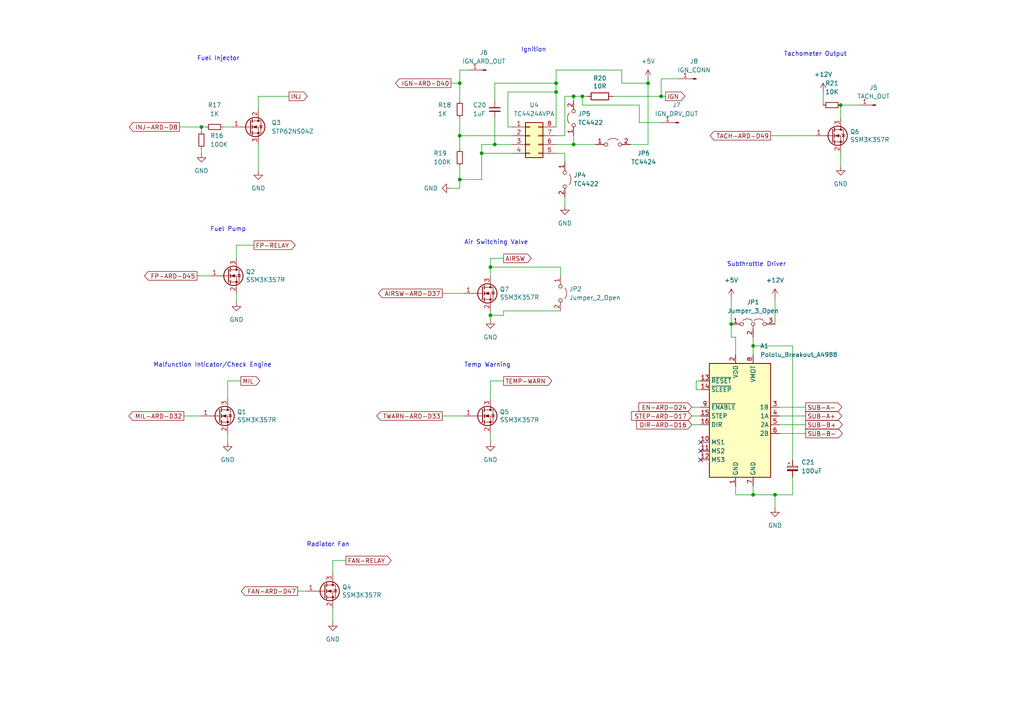
<source format=kicad_sch>
(kicad_sch (version 20211123) (generator eeschema)
  (paper "A4")
  (lib_symbols
    (symbol "Connector:Conn_01x01_Male" (pin_names (offset 1.016) hide)
      (property "Reference" "J" (at 0 2.54 0))
      (property "Value" "Conn_01x01_Male" (at 0 -2.54 0))
      (symbol "Conn_01x01_Male_1_1"
        (polyline (pts (xy 1.27 0) (xy 0.8636 0)) (stroke (width 0.1524)))
        (rectangle (start 0.8636 0.127) (end 0 -0.127) (stroke (width 0.1524)) (fill (type outline)))
        (pin passive line (at 5.08 0 180) (length 3.81) (name "Pin_1") (number "1"))
      )
    )
    (symbol "Connector_Generic:Conn_02x04_Counter_Clockwise" (pin_names (offset 1.016) hide)
      (property "Reference" "J" (at 1.27 5.08 0))
      (property "Value" "Conn_02x04_Counter_Clockwise" (at 1.27 -7.62 0))
      (symbol "Conn_02x04_Counter_Clockwise_1_1"
        (rectangle (start -1.27 -4.953) (end 0 -5.207) (stroke (width 0.1524)))
        (rectangle (start -1.27 -2.413) (end 0 -2.667) (stroke (width 0.1524)))
        (rectangle (start -1.27 0.127) (end 0 -0.127) (stroke (width 0.1524)))
        (rectangle (start -1.27 2.667) (end 0 2.413) (stroke (width 0.1524)))
        (rectangle (start -1.27 3.81) (end 3.81 -6.35) (stroke (width 0.254)) (fill (type background)))
        (rectangle (start 3.81 -4.953) (end 2.54 -5.207) (stroke (width 0.1524)))
        (rectangle (start 3.81 -2.413) (end 2.54 -2.667) (stroke (width 0.1524)))
        (rectangle (start 3.81 0.127) (end 2.54 -0.127) (stroke (width 0.1524)))
        (rectangle (start 3.81 2.667) (end 2.54 2.413) (stroke (width 0.1524)))
        (pin passive line (at -5.08 2.54 0) (length 3.81) (name "Pin_1") (number "1"))
        (pin passive line (at -5.08 0 0) (length 3.81) (name "Pin_2") (number "2"))
        (pin passive line (at -5.08 -2.54 0) (length 3.81) (name "Pin_3") (number "3"))
        (pin passive line (at -5.08 -5.08 0) (length 3.81) (name "Pin_4") (number "4"))
        (pin passive line (at 7.62 -5.08 180) (length 3.81) (name "Pin_5") (number "5"))
        (pin passive line (at 7.62 -2.54 180) (length 3.81) (name "Pin_6") (number "6"))
        (pin passive line (at 7.62 0 180) (length 3.81) (name "Pin_7") (number "7"))
        (pin passive line (at 7.62 2.54 180) (length 3.81) (name "Pin_8") (number "8"))
      )
    )
    (symbol "Device:C_Polarized_Small" (pin_numbers hide) (pin_names (offset 0.254) hide)
      (property "Reference" "C" (at 0.254 1.778 0))
      (property "Value" "C_Polarized_Small" (at 0.254 -2.032 0))
      (symbol "C_Polarized_Small_0_1"
        (rectangle (start -1.524 -0.3048) (end 1.524 -0.6858) (fill (type outline)))
        (rectangle (start -1.524 0.6858) (end 1.524 0.3048))
        (polyline (pts (xy -1.27 1.524) (xy -0.762 1.524)))
        (polyline (pts (xy -1.016 1.27) (xy -1.016 1.778)))
      )
      (symbol "C_Polarized_Small_1_1"
        (pin passive line (at 0 2.54 270) (length 1.8542) (name "~") (number "1"))
        (pin passive line (at 0 -2.54 90) (length 1.8542) (name "~") (number "2"))
      )
    )
    (symbol "Device:C_Small" (pin_numbers hide) (pin_names (offset 0.254) hide)
      (property "Reference" "C" (at 0.254 1.778 0))
      (property "Value" "C_Small" (at 0.254 -2.032 0))
      (symbol "C_Small_0_1"
        (polyline (pts (xy -1.524 -0.508) (xy 1.524 -0.508)) (stroke (width 0.3302)))
        (polyline (pts (xy -1.524 0.508) (xy 1.524 0.508)) (stroke (width 0.3048)))
      )
      (symbol "C_Small_1_1"
        (pin passive line (at 0 2.54 270) (length 2.032) (name "~") (number "1"))
        (pin passive line (at 0 -2.54 90) (length 2.032) (name "~") (number "2"))
      )
    )
    (symbol "Device:R" (pin_numbers hide) (pin_names (offset 0))
      (property "Reference" "R" (at 2.032 0 90))
      (property "Value" "R" (at 0 0 90))
      (symbol "R_0_1"
        (rectangle (start -1.016 -2.54) (end 1.016 2.54) (stroke (width 0.254)))
      )
      (symbol "R_1_1"
        (pin passive line (at 0 3.81 270) (length 1.27) (name "~") (number "1"))
        (pin passive line (at 0 -3.81 90) (length 1.27) (name "~") (number "2"))
      )
    )
    (symbol "Device:R_Small" (pin_numbers hide) (pin_names (offset 0.254) hide)
      (property "Reference" "R" (at 0.762 0.508 0))
      (property "Value" "R_Small" (at 0.762 -1.016 0))
      (symbol "R_Small_0_1"
        (rectangle (start -0.762 1.778) (end 0.762 -1.778) (stroke (width 0.2032)))
      )
      (symbol "R_Small_1_1"
        (pin passive line (at 0 2.54 270) (length 0.762) (name "~") (number "1"))
        (pin passive line (at 0 -2.54 90) (length 0.762) (name "~") (number "2"))
      )
    )
    (symbol "Driver_Motor:Pololu_Breakout_A4988"
      (property "Reference" "A" (at -2.54 19.05 0))
      (property "Value" "Pololu_Breakout_A4988" (at -2.54 16.51 0))
      (symbol "Pololu_Breakout_A4988_0_1"
        (rectangle (start 10.16 -17.78) (end -7.62 15.24) (stroke (width 0.254)) (fill (type background)))
      )
      (symbol "Pololu_Breakout_A4988_1_1"
        (pin power_in line (at 0 -20.32 90) (length 2.54) (name "GND") (number "1"))
        (pin input line (at -10.16 -7.62 0) (length 2.54) (name "MS1") (number "10"))
        (pin input line (at -10.16 -10.16 0) (length 2.54) (name "MS2") (number "11"))
        (pin input line (at -10.16 -12.7 0) (length 2.54) (name "MS3") (number "12"))
        (pin input line (at -10.16 10.16 0) (length 2.54) (name "~{RESET}") (number "13"))
        (pin input line (at -10.16 7.62 0) (length 2.54) (name "~{SLEEP}") (number "14"))
        (pin input line (at -10.16 0 0) (length 2.54) (name "STEP") (number "15"))
        (pin input line (at -10.16 -2.54 0) (length 2.54) (name "DIR") (number "16"))
        (pin power_in line (at 0 17.78 270) (length 2.54) (name "VDD") (number "2"))
        (pin output line (at 12.7 2.54 180) (length 2.54) (name "1B") (number "3"))
        (pin output line (at 12.7 0 180) (length 2.54) (name "1A") (number "4"))
        (pin output line (at 12.7 -2.54 180) (length 2.54) (name "2A") (number "5"))
        (pin output line (at 12.7 -5.08 180) (length 2.54) (name "2B") (number "6"))
        (pin power_in line (at 5.08 -20.32 90) (length 2.54) (name "GND") (number "7"))
        (pin power_in line (at 5.08 17.78 270) (length 2.54) (name "VMOT") (number "8"))
        (pin input line (at -10.16 2.54 0) (length 2.54) (name "~{ENABLE}") (number "9"))
      )
    )
    (symbol "Jumper:Jumper_2_Open" (pin_names (offset 0) hide)
      (property "Reference" "JP" (at 0 2.794 0))
      (property "Value" "Jumper_2_Open" (at 0 -2.286 0))
      (symbol "Jumper_2_Open_0_0"
        (circle (center -2.032 0) (radius 0.508))
        (circle (center 2.032 0) (radius 0.508))
      )
      (symbol "Jumper_2_Open_0_1"
        (arc (start 1.524 1.27) (mid 0 1.778) (end -1.524 1.27))
      )
      (symbol "Jumper_2_Open_1_1"
        (pin passive line (at -5.08 0 0) (length 2.54) (name "A") (number "1"))
        (pin passive line (at 5.08 0 180) (length 2.54) (name "B") (number "2"))
      )
    )
    (symbol "Jumper:Jumper_3_Open" (pin_names (offset 0) hide)
      (property "Reference" "JP" (at -2.54 -2.54 0))
      (property "Value" "Jumper_3_Open" (at 0 2.794 0))
      (symbol "Jumper_3_Open_0_0"
        (circle (center -3.302 0) (radius 0.508))
        (circle (center 0 0) (radius 0.508))
        (circle (center 3.302 0) (radius 0.508))
      )
      (symbol "Jumper_3_Open_0_1"
        (arc (start -0.254 1.016) (mid -1.651 1.4992) (end -3.048 1.016))
        (polyline (pts (xy 0 -0.508) (xy 0 -1.27)))
        (arc (start 3.048 1.016) (mid 1.651 1.4992) (end 0.254 1.016))
      )
      (symbol "Jumper_3_Open_1_1"
        (pin passive line (at -6.35 0 0) (length 2.54) (name "A") (number "1"))
        (pin input line (at 0 -3.81 90) (length 2.54) (name "C") (number "2"))
        (pin passive line (at 6.35 0 180) (length 2.54) (name "B") (number "3"))
      )
    )
    (symbol "Transistor_FET:2N7002" (pin_names hide)
      (property "Reference" "Q" (at 5.08 1.905 0))
      (property "Value" "2N7002" (at 5.08 0 0))
      (symbol "2N7002_0_1"
        (polyline (pts (xy 0.254 0) (xy -2.54 0)))
        (polyline (pts (xy 0.254 1.905) (xy 0.254 -1.905)) (stroke (width 0.254)))
        (polyline (pts (xy 0.762 -1.27) (xy 0.762 -2.286)) (stroke (width 0.254)))
        (polyline (pts (xy 0.762 0.508) (xy 0.762 -0.508)) (stroke (width 0.254)))
        (polyline (pts (xy 0.762 2.286) (xy 0.762 1.27)) (stroke (width 0.254)))
        (polyline (pts (xy 2.54 2.54) (xy 2.54 1.778)))
        (polyline (pts (xy 2.54 -2.54) (xy 2.54 0) (xy 0.762 0)))
        (polyline (pts (xy 0.762 -1.778) (xy 3.302 -1.778) (xy 3.302 1.778) (xy 0.762 1.778)))
        (polyline (pts (xy 1.016 0) (xy 2.032 0.381) (xy 2.032 -0.381) (xy 1.016 0)) (fill (type outline)))
        (polyline (pts (xy 2.794 0.508) (xy 2.921 0.381) (xy 3.683 0.381) (xy 3.81 0.254)))
        (polyline (pts (xy 3.302 0.381) (xy 2.921 -0.254) (xy 3.683 -0.254) (xy 3.302 0.381)))
        (circle (center 1.651 0) (radius 2.794) (stroke (width 0.254)))
        (circle (center 2.54 -1.778) (radius 0.254) (fill (type outline)))
        (circle (center 2.54 1.778) (radius 0.254) (fill (type outline)))
      )
      (symbol "2N7002_1_1"
        (pin input line (at -5.08 0 0) (length 2.54) (name "G") (number "1"))
        (pin passive line (at 2.54 -5.08 90) (length 2.54) (name "S") (number "2"))
        (pin passive line (at 2.54 5.08 270) (length 2.54) (name "D") (number "3"))
      )
    )
    (symbol "Transistor_FET:BUZ11" (pin_names hide)
      (property "Reference" "Q" (at 6.35 1.905 0))
      (property "Value" "BUZ11" (at 6.35 0 0))
      (symbol "BUZ11_0_1"
        (polyline (pts (xy 0.254 0) (xy -2.54 0)))
        (polyline (pts (xy 0.254 1.905) (xy 0.254 -1.905)) (stroke (width 0.254)))
        (polyline (pts (xy 0.762 -1.27) (xy 0.762 -2.286)) (stroke (width 0.254)))
        (polyline (pts (xy 0.762 0.508) (xy 0.762 -0.508)) (stroke (width 0.254)))
        (polyline (pts (xy 0.762 2.286) (xy 0.762 1.27)) (stroke (width 0.254)))
        (polyline (pts (xy 2.54 2.54) (xy 2.54 1.778)))
        (polyline (pts (xy 2.54 -2.54) (xy 2.54 0) (xy 0.762 0)))
        (polyline (pts (xy 0.762 -1.778) (xy 3.302 -1.778) (xy 3.302 1.778) (xy 0.762 1.778)))
        (polyline (pts (xy 1.016 0) (xy 2.032 0.381) (xy 2.032 -0.381) (xy 1.016 0)) (fill (type outline)))
        (polyline (pts (xy 2.794 0.508) (xy 2.921 0.381) (xy 3.683 0.381) (xy 3.81 0.254)))
        (polyline (pts (xy 3.302 0.381) (xy 2.921 -0.254) (xy 3.683 -0.254) (xy 3.302 0.381)))
        (circle (center 1.651 0) (radius 2.794) (stroke (width 0.254)))
        (circle (center 2.54 -1.778) (radius 0.254) (fill (type outline)))
        (circle (center 2.54 1.778) (radius 0.254) (fill (type outline)))
      )
      (symbol "BUZ11_1_1"
        (pin input line (at -5.08 0 0) (length 2.54) (name "G") (number "1"))
        (pin passive line (at 2.54 5.08 270) (length 2.54) (name "D") (number "2"))
        (pin passive line (at 2.54 -5.08 90) (length 2.54) (name "S") (number "3"))
      )
    )
    (symbol "power:+12V" (power) (pin_names (offset 0))
      (property "Value" "+12V" (at 0 3.556 0))
      (symbol "+12V_0_1"
        (polyline (pts (xy -0.762 1.27) (xy 0 2.54)))
        (polyline (pts (xy 0 0) (xy 0 2.54)))
        (polyline (pts (xy 0 2.54) (xy 0.762 1.27)))
      )
      (symbol "+12V_1_1"
        (pin power_in line (at 0 0 90) (length 0) hide (name "+12V") (number "1"))
      )
    )
    (symbol "power:+5V" (power) (pin_names (offset 0))
      (property "Value" "+5V" (at 0 3.556 0))
      (symbol "+5V_0_1"
        (polyline (pts (xy -0.762 1.27) (xy 0 2.54)))
        (polyline (pts (xy 0 0) (xy 0 2.54)))
        (polyline (pts (xy 0 2.54) (xy 0.762 1.27)))
      )
      (symbol "+5V_1_1"
        (pin power_in line (at 0 0 90) (length 0) hide (name "+5V") (number "1"))
      )
    )
    (symbol "power:GND" (power) (pin_names (offset 0))
      (property "Value" "GND" (at 0 -3.81 0))
      (symbol "GND_0_1"
        (polyline (pts (xy 0 0) (xy 0 -1.27) (xy 1.27 -1.27) (xy 0 -2.54) (xy -1.27 -1.27) (xy 0 -1.27)))
      )
      (symbol "GND_1_1"
        (pin power_in line (at 0 0 270) (length 0) hide (name "GND") (number "1"))
      )
    )
  )
  (junction (at 58.42 36.83))
  (junction (at 142.24 77.47))
  (junction (at 133.35 52.07))
  (junction (at 218.44 143.51))
  (junction (at 133.35 24.13))
  (junction (at 139.7 44.45))
  (junction (at 218.44 100.33))
  (junction (at 224.79 143.51))
  (junction (at 168.91 27.94))
  (junction (at 166.37 27.94))
  (junction (at 161.29 24.13))
  (junction (at 212.09 93.98))
  (junction (at 191.77 27.94))
  (junction (at 133.35 39.37))
  (junction (at 143.51 41.91))
  (junction (at 166.37 41.91))
  (junction (at 161.29 26.67))
  (junction (at 142.24 91.44))
  (junction (at 187.96 24.13))
  (junction (at 243.84 30.48))
  (no_connect (at 203.2 128.27))
  (no_connect (at 203.2 130.81))
  (no_connect (at 203.2 133.35))
  (wire (pts (xy 218.44 143.51) (xy 224.79 143.51)))
  (wire (pts (xy 161.29 26.67) (xy 161.29 36.83)))
  (wire (pts (xy 238.76 26.67) (xy 238.76 30.48)))
  (wire (pts (xy 212.09 97.79) (xy 212.09 93.98)))
  (wire (pts (xy 58.42 36.83) (xy 59.69 36.83)))
  (wire (pts (xy 147.32 36.83) (xy 148.59 36.83)))
  (wire (pts (xy 180.34 20.32) (xy 180.34 24.13)))
  (wire (pts (xy 185.42 35.56) (xy 191.77 35.56)))
  (wire (pts (xy 147.32 36.83) (xy 147.32 26.67)))
  (wire (pts (xy 243.84 44.45) (xy 243.84 48.26)))
  (wire (pts (xy 226.06 118.11) (xy 233.68 118.11)))
  (wire (pts (xy 213.36 102.87) (xy 213.36 97.79)))
  (wire (pts (xy 74.93 27.94) (xy 74.93 31.75)))
  (wire (pts (xy 163.83 27.94) (xy 166.37 27.94)))
  (wire (pts (xy 200.66 120.65) (xy 203.2 120.65)))
  (wire (pts (xy 66.04 125.73) (xy 66.04 128.27)))
  (wire (pts (xy 58.42 43.18) (xy 58.42 44.45)))
  (wire (pts (xy 143.51 24.13) (xy 161.29 24.13)))
  (wire (pts (xy 163.83 44.45) (xy 163.83 46.99)))
  (wire (pts (xy 139.7 44.45) (xy 148.59 44.45)))
  (wire (pts (xy 142.24 77.47) (xy 142.24 80.01)))
  (wire (pts (xy 161.29 44.45) (xy 163.83 44.45)))
  (wire (pts (xy 68.58 71.12) (xy 73.66 71.12)))
  (wire (pts (xy 74.93 41.91) (xy 74.93 49.53)))
  (wire (pts (xy 166.37 27.94) (xy 168.91 27.94)))
  (wire (pts (xy 133.35 24.13) (xy 133.35 29.21)))
  (wire (pts (xy 133.35 39.37) (xy 133.35 43.18)))
  (wire (pts (xy 161.29 20.32) (xy 180.34 20.32)))
  (wire (pts (xy 163.83 39.37) (xy 163.83 27.94)))
  (wire (pts (xy 142.24 125.73) (xy 142.24 128.27)))
  (wire (pts (xy 180.34 24.13) (xy 187.96 24.13)))
  (wire (pts (xy 212.09 86.36) (xy 212.09 93.98)))
  (wire (pts (xy 133.35 52.07) (xy 133.35 54.61)))
  (wire (pts (xy 162.56 77.47) (xy 162.56 80.01)))
  (wire (pts (xy 53.34 120.65) (xy 58.42 120.65)))
  (wire (pts (xy 64.77 36.83) (xy 67.31 36.83)))
  (wire (pts (xy 143.51 34.29) (xy 143.51 41.91)))
  (wire (pts (xy 146.05 110.49) (xy 142.24 110.49)))
  (wire (pts (xy 224.79 143.51) (xy 224.79 147.32)))
  (wire (pts (xy 218.44 100.33) (xy 229.87 100.33)))
  (wire (pts (xy 161.29 39.37) (xy 163.83 39.37)))
  (wire (pts (xy 133.35 24.13) (xy 133.35 20.32)))
  (wire (pts (xy 161.29 41.91) (xy 166.37 41.91)))
  (wire (pts (xy 96.52 176.53) (xy 96.52 180.34)))
  (wire (pts (xy 200.66 123.19) (xy 203.2 123.19)))
  (wire (pts (xy 86.36 171.45) (xy 88.9 171.45)))
  (wire (pts (xy 68.58 85.09) (xy 68.58 87.63)))
  (wire (pts (xy 139.7 44.45) (xy 139.7 52.07)))
  (wire (pts (xy 201.93 110.49) (xy 203.2 110.49)))
  (wire (pts (xy 133.35 52.07) (xy 133.35 48.26)))
  (wire (pts (xy 58.42 36.83) (xy 58.42 38.1)))
  (wire (pts (xy 201.93 113.03) (xy 201.93 110.49)))
  (wire (pts (xy 200.66 118.11) (xy 203.2 118.11)))
  (wire (pts (xy 142.24 74.93) (xy 142.24 77.47)))
  (wire (pts (xy 147.32 26.67) (xy 161.29 26.67)))
  (wire (pts (xy 203.2 113.03) (xy 201.93 113.03)))
  (wire (pts (xy 243.84 30.48) (xy 243.84 34.29)))
  (wire (pts (xy 133.35 24.13) (xy 130.81 24.13)))
  (wire (pts (xy 139.7 41.91) (xy 139.7 44.45)))
  (wire (pts (xy 177.8 27.94) (xy 191.77 27.94)))
  (wire (pts (xy 96.52 162.56) (xy 96.52 166.37)))
  (wire (pts (xy 166.37 41.91) (xy 172.72 41.91)))
  (wire (pts (xy 74.93 27.94) (xy 83.82 27.94)))
  (wire (pts (xy 218.44 97.79) (xy 218.44 100.33)))
  (wire (pts (xy 139.7 41.91) (xy 143.51 41.91)))
  (wire (pts (xy 218.44 100.33) (xy 218.44 102.87)))
  (wire (pts (xy 226.06 123.19) (xy 233.68 123.19)))
  (wire (pts (xy 168.91 27.94) (xy 170.18 27.94)))
  (wire (pts (xy 146.05 90.17) (xy 146.05 91.44)))
  (wire (pts (xy 142.24 77.47) (xy 162.56 77.47)))
  (wire (pts (xy 213.36 143.51) (xy 218.44 143.51)))
  (wire (pts (xy 133.35 39.37) (xy 148.59 39.37)))
  (wire (pts (xy 213.36 140.97) (xy 213.36 143.51)))
  (wire (pts (xy 133.35 34.29) (xy 133.35 39.37)))
  (wire (pts (xy 243.84 30.48) (xy 248.92 30.48)))
  (wire (pts (xy 143.51 41.91) (xy 148.59 41.91)))
  (wire (pts (xy 128.27 120.65) (xy 134.62 120.65)))
  (wire (pts (xy 161.29 20.32) (xy 161.29 24.13)))
  (wire (pts (xy 191.77 22.86) (xy 196.85 22.86)))
  (wire (pts (xy 229.87 100.33) (xy 229.87 133.35)))
  (wire (pts (xy 163.83 57.15) (xy 163.83 59.69)))
  (wire (pts (xy 166.37 27.94) (xy 166.37 29.21)))
  (wire (pts (xy 226.06 120.65) (xy 233.68 120.65)))
  (wire (pts (xy 52.07 36.83) (xy 58.42 36.83)))
  (wire (pts (xy 128.27 85.09) (xy 134.62 85.09)))
  (wire (pts (xy 143.51 29.21) (xy 143.51 24.13)))
  (wire (pts (xy 133.35 20.32) (xy 135.89 20.32)))
  (wire (pts (xy 162.56 90.17) (xy 146.05 90.17)))
  (wire (pts (xy 146.05 91.44) (xy 142.24 91.44)))
  (wire (pts (xy 142.24 90.17) (xy 142.24 91.44)))
  (wire (pts (xy 213.36 97.79) (xy 212.09 97.79)))
  (wire (pts (xy 191.77 27.94) (xy 191.77 22.86)))
  (wire (pts (xy 168.91 30.48) (xy 185.42 30.48)))
  (wire (pts (xy 185.42 30.48) (xy 185.42 35.56)))
  (wire (pts (xy 223.52 39.37) (xy 236.22 39.37)))
  (wire (pts (xy 229.87 138.43) (xy 229.87 143.51)))
  (wire (pts (xy 191.77 27.94) (xy 193.04 27.94)))
  (wire (pts (xy 187.96 22.86) (xy 187.96 24.13)))
  (wire (pts (xy 142.24 91.44) (xy 142.24 92.71)))
  (wire (pts (xy 182.88 41.91) (xy 187.96 41.91)))
  (wire (pts (xy 69.85 110.49) (xy 66.04 110.49)))
  (wire (pts (xy 187.96 24.13) (xy 187.96 41.91)))
  (wire (pts (xy 139.7 52.07) (xy 133.35 52.07)))
  (wire (pts (xy 166.37 41.91) (xy 166.37 39.37)))
  (wire (pts (xy 168.91 27.94) (xy 168.91 30.48)))
  (wire (pts (xy 130.81 54.61) (xy 133.35 54.61)))
  (wire (pts (xy 226.06 125.73) (xy 233.68 125.73)))
  (wire (pts (xy 161.29 24.13) (xy 161.29 26.67)))
  (wire (pts (xy 142.24 110.49) (xy 142.24 115.57)))
  (wire (pts (xy 224.79 143.51) (xy 229.87 143.51)))
  (wire (pts (xy 146.05 74.93) (xy 142.24 74.93)))
  (wire (pts (xy 66.04 110.49) (xy 66.04 115.57)))
  (wire (pts (xy 68.58 71.12) (xy 68.58 74.93)))
  (wire (pts (xy 218.44 140.97) (xy 218.44 143.51)))
  (wire (pts (xy 96.52 162.56) (xy 100.33 162.56)))
  (wire (pts (xy 57.15 80.01) (xy 60.96 80.01)))
  (wire (pts (xy 224.79 86.36) (xy 224.79 93.98)))
  (text "Radiator Fan" (at 88.9 158.75 0) (effects (font (size 1.27 1.27)) (justify left bottom)))
  (text "Fuel Pump\n" (at 60.96 67.31 0) (effects (font (size 1.27 1.27)) (justify left bottom)))
  (text "Ignition" (at 151.13 15.24 0) (effects (font (size 1.27 1.27)) (justify left bottom)))
  (text "Fuel Injector" (at 57.15 17.78 0) (effects (font (size 1.27 1.27)) (justify left bottom)))
  (text "Malfunction Inticator/Check Engine" (at 44.45 106.68 0) (effects (font (size 1.27 1.27)) (justify left bottom)))
  (text "Tachometer Output" (at 227.33 16.51 0) (effects (font (size 1.27 1.27)) (justify left bottom)))
  (text "Subthrottle Driver" (at 210.82 77.47 0) (effects (font (size 1.27 1.27)) (justify left bottom)))
  (text "Air Switching Valve" (at 134.62 71.12 0) (effects (font (size 1.27 1.27)) (justify left bottom)))
  (text "Temp Warning" (at 134.62 106.68 0) (effects (font (size 1.27 1.27)) (justify left bottom)))
  (global_label "TWARN-ARD-D33" (shape output) (at 128.27 120.65 180) (property "Intersheet References" "${INTERSHEET_REFS}" (effects hide)))
  (global_label "SUB-B+" (shape output) (at 233.68 123.19 0) (property "Intersheet References" "${INTERSHEET_REFS}" (effects hide)))
  (global_label "INJ" (shape output) (at 83.82 27.94 0) (property "Intersheet References" "${INTERSHEET_REFS}" (effects hide)))
  (global_label "AIRSW-ARD-D37" (shape output) (at 128.27 85.09 180) (property "Intersheet References" "${INTERSHEET_REFS}" (effects hide)))
  (global_label "FP-ARD-D45" (shape output) (at 57.15 80.01 180) (property "Intersheet References" "${INTERSHEET_REFS}" (effects hide)))
  (global_label "DIR-ARD-D16" (shape input) (at 200.66 123.19 180) (property "Intersheet References" "${INTERSHEET_REFS}" (effects hide)))
  (global_label "STEP-ARD-D17" (shape input) (at 200.66 120.65 180) (property "Intersheet References" "${INTERSHEET_REFS}" (effects hide)))
  (global_label "FAN-ARD-D47" (shape output) (at 86.36 171.45 180) (property "Intersheet References" "${INTERSHEET_REFS}" (effects hide)))
  (global_label "TEMP-WARN" (shape output) (at 146.05 110.49 0) (property "Intersheet References" "${INTERSHEET_REFS}" (effects hide)))
  (global_label "SUB-A+" (shape output) (at 233.68 120.65 0) (property "Intersheet References" "${INTERSHEET_REFS}" (effects hide)))
  (global_label "IGN" (shape output) (at 193.04 27.94 0) (property "Intersheet References" "${INTERSHEET_REFS}" (effects hide)))
  (global_label "FAN-RELAY" (shape output) (at 100.33 162.56 0) (property "Intersheet References" "${INTERSHEET_REFS}" (effects hide)))
  (global_label "MIL" (shape output) (at 69.85 110.49 0) (property "Intersheet References" "${INTERSHEET_REFS}" (effects hide)))
  (global_label "FP-RELAY" (shape output) (at 73.66 71.12 0) (property "Intersheet References" "${INTERSHEET_REFS}" (effects hide)))
  (global_label "MIL-ARD-D32" (shape output) (at 53.34 120.65 180) (property "Intersheet References" "${INTERSHEET_REFS}" (effects hide)))
  (global_label "IGN-ARD-D40" (shape output) (at 130.81 24.13 180) (property "Intersheet References" "${INTERSHEET_REFS}" (effects hide)))
  (global_label "SUB-A-" (shape output) (at 233.68 118.11 0) (property "Intersheet References" "${INTERSHEET_REFS}" (effects hide)))
  (global_label "TACH-ARD-D49" (shape output) (at 223.52 39.37 180) (property "Intersheet References" "${INTERSHEET_REFS}" (effects hide)))
  (global_label "INJ-ARD-D8" (shape output) (at 52.07 36.83 180) (property "Intersheet References" "${INTERSHEET_REFS}" (effects hide)))
  (global_label "AIRSW" (shape output) (at 146.05 74.93 0) (property "Intersheet References" "${INTERSHEET_REFS}" (effects hide)))
  (global_label "EN-ARD-D24" (shape input) (at 200.66 118.11 180) (property "Intersheet References" "${INTERSHEET_REFS}" (effects hide)))
  (global_label "SUB-B-" (shape output) (at 233.68 125.73 0) (property "Intersheet References" "${INTERSHEET_REFS}" (effects hide)))
  (symbol (lib_id "power:+5V") (at 212.09 86.36 0) (unit 1)
    (property "Reference" "#PWR043" (effects hide))
    (property "Value" "+5V" (at 212.09 81.28 0))
  )
  (symbol (lib_id "Connector_Generic:Conn_02x04_Counter_Clockwise") (at 153.67 39.37 0) (unit 1)
    (property "Reference" "U4" (at 154.94 30.48 0))
    (property "Value" "TC4424AVPA" (at 154.94 33.02 0))
    (property "Footprint" "Package_DIP:DIP-8_W7.62mm_Socket" (effects hide))
  )
  (symbol (lib_id "Device:R_Small") (at 62.23 36.83 90) (unit 1)
    (property "Reference" "R17" (at 62.23 30.48 90))
    (property "Value" "1K" (at 62.23 33.02 90))
    (property "Footprint" "Resistor_SMD:R_0805_2012Metric" (effects hide))
  )
  (symbol (lib_id "Device:C_Polarized_Small") (at 229.87 135.89 0) (unit 1)
    (property "Reference" "C21" (at 232.41 134.0738 0) (effects (justify left)))
    (property "Value" "100uF" (at 232.41 136.6138 0) (effects (justify left)))
    (property "Footprint" "Capacitor_THT:CP_Radial_D5.0mm_P2.50mm" (effects hide))
  )
  (symbol (lib_id "power:GND") (at 130.81 54.61 270) (unit 1)
    (property "Reference" "#PWR039" (effects hide))
    (property "Value" "GND" (at 127 54.6099 90) (effects (justify right)))
  )
  (symbol (lib_id "power:GND") (at 96.52 180.34 0) (unit 1)
    (property "Reference" "#PWR038" (effects hide))
    (property "Value" "GND" (at 96.52 185.42 0))
  )
  (symbol (lib_id "Device:R") (at 173.99 27.94 270) (unit 1)
    (property "Reference" "R20" (at 173.99 22.6822 90))
    (property "Value" "10R" (at 173.99 24.9936 90))
    (property "Footprint" "Resistor_SMD:R_0805_2012Metric" (effects hide))
    (property "Digikey Part Number" "311-10.0CRCT-ND" (effects hide))
    (property "Manufacturer_Name" "Yageo" (effects hide))
    (property "Manufacturer_Part_Number" "RC0805FR-0710RL" (effects hide))
    (property "URL" "https://www.digikey.com/product-detail/en/yageo/RC0805FR-0710RL/311-10.0CRCT-ND/730481" (effects hide))
  )
  (symbol (lib_id "Connector:Conn_01x01_Male") (at 196.85 35.56 180) (unit 1)
    (property "Reference" "J7" (at 196.215 30.48 0))
    (property "Value" "IGN_DRV_OUT" (at 196.215 33.02 0))
    (property "Footprint" "Connector_PinHeader_2.54mm:PinHeader_1x01_P2.54mm_Vertical" (effects hide))
  )
  (symbol (lib_id "Transistor_FET:BUZ11") (at 72.39 36.83 0) (unit 1)
    (property "Reference" "Q3" (at 78.74 35.5599 0) (effects (justify left)))
    (property "Value" "STP62NS04Z" (at 78.74 38.0999 0) (effects (justify left)))
    (property "Footprint" "Package_TO_SOT_THT:TO-220-3_Horizontal_TabDown" (effects hide))
    (property "Datasheet" "https://media.digikey.com/pdf/Data%20Sheets/Fairchild%20PDFs/BUZ11.pdf" (effects hide))
  )
  (symbol (lib_id "Device:C_Small") (at 143.51 31.75 0) (unit 1)
    (property "Reference" "C20" (at 137.16 30.48 0) (effects (justify left)))
    (property "Value" "1uF" (at 137.16 33.02 0) (effects (justify left)))
    (property "Footprint" "Capacitor_SMD:C_0805_2012Metric_Pad1.18x1.45mm_HandSolder" (effects hide))
  )
  (symbol (lib_id "power:GND") (at 142.24 128.27 0) (unit 1)
    (property "Reference" "#PWR040" (effects hide))
    (property "Value" "GND" (at 142.24 133.35 0))
  )
  (symbol (lib_id "Device:R_Small") (at 133.35 45.72 0) (unit 1)
    (property "Reference" "R19" (at 125.73 44.45 0) (effects (justify left)))
    (property "Value" "100K" (at 125.73 46.99 0) (effects (justify left)))
    (property "Footprint" "Resistor_SMD:R_0805_2012Metric_Pad1.20x1.40mm_HandSolder" (effects hide))
  )
  (symbol (lib_id "power:GND") (at 224.79 147.32 0) (unit 1)
    (property "Reference" "#PWR045" (effects hide))
    (property "Value" "GND" (at 224.79 152.4 0))
  )
  (symbol (lib_id "Transistor_FET:2N7002") (at 139.7 85.09 0) (unit 1)
    (property "Reference" "Q7" (at 144.9324 83.9216 0) (effects (justify left)))
    (property "Value" "SSM3K357R" (at 144.9324 86.233 0) (effects (justify left)))
    (property "Footprint" "Package_TO_SOT_SMD:SOT-23" (effects hide))
    (property "Datasheet" "https://www.mouser.com/datasheet/2/408/SSM3K357R_datasheet_en_20180124-1316146.pdf" (effects hide))
    (property "Digikey Part Number" "SSM3K357RLFCT-ND " (effects hide))
    (property "Manufacturer_Name" "Toshiba" (effects hide))
    (property "Manufacturer_Part_Number" "SSM3K357R" (effects hide))
    (property "URL" "https://www.digikey.com.au/product-detail/en/toshiba-semiconductor-and-storage/SSM3K357RLF/SSM3K357RLFCT-ND/8611183" (effects hide))
  )
  (symbol (lib_id "power:+12V") (at 224.79 86.36 0) (unit 1)
    (property "Reference" "#PWR044" (effects hide))
    (property "Value" "+12V" (at 224.79 81.28 0))
  )
  (symbol (lib_id "Jumper:Jumper_2_Open") (at 177.8 41.91 0) (unit 1)
    (property "Reference" "JP6" (at 186.69 44.45 0))
    (property "Value" "TC4424" (at 186.69 46.99 0))
    (property "Footprint" "Connector_PinHeader_2.54mm:PinHeader_1x02_P2.54mm_Vertical" (effects hide))
  )
  (symbol (lib_id "power:+12V") (at 238.76 26.67 0) (unit 1)
    (property "Reference" "#PWR046" (effects hide))
    (property "Value" "+12V" (at 238.76 21.59 0))
  )
  (symbol (lib_id "power:GND") (at 66.04 128.27 0) (unit 1)
    (property "Reference" "#PWR035" (effects hide))
    (property "Value" "GND" (at 66.04 133.35 0))
  )
  (symbol (lib_id "Jumper:Jumper_2_Open") (at 166.37 34.29 90) (unit 1)
    (property "Reference" "JP5" (at 167.64 33.0199 90) (effects (justify right)))
    (property "Value" "TC4422" (at 167.64 35.5599 90) (effects (justify right)))
    (property "Footprint" "Connector_PinHeader_2.54mm:PinHeader_1x02_P2.54mm_Vertical" (effects hide))
  )
  (symbol (lib_id "Driver_Motor:Pololu_Breakout_A4988") (at 213.36 120.65 0) (unit 1)
    (property "Reference" "A1" (at 220.4594 100.33 0) (effects (justify left)))
    (property "Value" "Pololu_Breakout_A4988" (at 220.4594 102.87 0) (effects (justify left)))
    (property "Footprint" "Module:Pololu_Breakout-16_15.2x20.3mm" (effects hide))
    (property "Datasheet" "https://www.pololu.com/product/2980/pictures" (effects hide))
  )
  (symbol (lib_id "Jumper:Jumper_2_Open") (at 162.56 85.09 270) (unit 1)
    (property "Reference" "JP2" (at 165.1 83.8199 90) (effects (justify left)))
    (property "Value" "Jumper_2_Open" (at 165.1 86.3599 90) (effects (justify left)))
    (property "Footprint" "Connector_PinHeader_2.54mm:PinHeader_1x02_P2.54mm_Vertical" (effects hide))
  )
  (symbol (lib_id "power:GND") (at 68.58 87.63 0) (unit 1)
    (property "Reference" "#PWR036" (effects hide))
    (property "Value" "GND" (at 68.58 92.71 0))
  )
  (symbol (lib_id "power:GND") (at 163.83 59.69 0) (unit 1)
    (property "Reference" "#PWR041" (effects hide))
    (property "Value" "GND" (at 163.83 64.77 0))
  )
  (symbol (lib_id "power:GND") (at 142.24 92.71 0) (unit 1)
    (property "Reference" "#PWR048" (effects hide))
    (property "Value" "GND" (at 142.24 97.79 0))
  )
  (symbol (lib_id "power:+5V") (at 187.96 22.86 0) (unit 1)
    (property "Reference" "#PWR042" (effects hide))
    (property "Value" "+5V" (at 187.96 17.78 0))
  )
  (symbol (lib_id "Transistor_FET:2N7002") (at 63.5 120.65 0) (unit 1)
    (property "Reference" "Q1" (at 68.7324 119.4816 0) (effects (justify left)))
    (property "Value" "SSM3K357R" (at 68.7324 121.793 0) (effects (justify left)))
    (property "Footprint" "Package_TO_SOT_SMD:SOT-23" (effects hide))
    (property "Datasheet" "https://www.mouser.com/datasheet/2/408/SSM3K357R_datasheet_en_20180124-1316146.pdf" (effects hide))
    (property "Digikey Part Number" "SSM3K357RLFCT-ND " (effects hide))
    (property "Manufacturer_Name" "Toshiba" (effects hide))
    (property "Manufacturer_Part_Number" "SSM3K357R" (effects hide))
    (property "URL" "https://www.digikey.com.au/product-detail/en/toshiba-semiconductor-and-storage/SSM3K357RLF/SSM3K357RLFCT-ND/8611183" (effects hide))
  )
  (symbol (lib_id "Transistor_FET:2N7002") (at 66.04 80.01 0) (unit 1)
    (property "Reference" "Q2" (at 71.2724 78.8416 0) (effects (justify left)))
    (property "Value" "SSM3K357R" (at 71.2724 81.153 0) (effects (justify left)))
    (property "Footprint" "Package_TO_SOT_SMD:SOT-23" (effects hide))
    (property "Datasheet" "https://www.mouser.com/datasheet/2/408/SSM3K357R_datasheet_en_20180124-1316146.pdf" (effects hide))
    (property "Digikey Part Number" "SSM3K357RLFCT-ND " (effects hide))
    (property "Manufacturer_Name" "Toshiba" (effects hide))
    (property "Manufacturer_Part_Number" "SSM3K357R" (effects hide))
    (property "URL" "https://www.digikey.com.au/product-detail/en/toshiba-semiconductor-and-storage/SSM3K357RLF/SSM3K357RLFCT-ND/8611183" (effects hide))
  )
  (symbol (lib_id "Connector:Conn_01x01_Male") (at 201.93 22.86 180) (unit 1)
    (property "Reference" "J8" (at 201.295 17.78 0))
    (property "Value" "IGN_CONN" (at 201.295 20.32 0))
    (property "Footprint" "Connector_PinHeader_2.54mm:PinHeader_1x01_P2.54mm_Vertical" (effects hide))
  )
  (symbol (lib_id "Jumper:Jumper_2_Open") (at 163.83 52.07 270) (unit 1)
    (property "Reference" "JP4" (at 166.37 50.7999 90) (effects (justify left)))
    (property "Value" "TC4422" (at 166.37 53.3399 90) (effects (justify left)))
    (property "Footprint" "Connector_PinHeader_2.54mm:PinHeader_1x02_P2.54mm_Vertical" (effects hide))
  )
  (symbol (lib_id "Transistor_FET:2N7002") (at 139.7 120.65 0) (unit 1)
    (property "Reference" "Q5" (at 144.9324 119.4816 0) (effects (justify left)))
    (property "Value" "SSM3K357R" (at 144.9324 121.793 0) (effects (justify left)))
    (property "Footprint" "Package_TO_SOT_SMD:SOT-23" (effects hide))
    (property "Datasheet" "https://www.mouser.com/datasheet/2/408/SSM3K357R_datasheet_en_20180124-1316146.pdf" (effects hide))
    (property "Digikey Part Number" "SSM3K357RLFCT-ND " (effects hide))
    (property "Manufacturer_Name" "Toshiba" (effects hide))
    (property "Manufacturer_Part_Number" "SSM3K357R" (effects hide))
    (property "URL" "https://www.digikey.com.au/product-detail/en/toshiba-semiconductor-and-storage/SSM3K357RLF/SSM3K357RLFCT-ND/8611183" (effects hide))
  )
  (symbol (lib_id "Connector:Conn_01x01_Male") (at 254 30.48 180) (unit 1)
    (property "Reference" "J5" (at 253.365 25.4 0))
    (property "Value" "TACH_OUT" (at 253.365 27.94 0))
    (property "Footprint" "Connector_PinHeader_2.54mm:PinHeader_1x01_P2.54mm_Vertical" (effects hide))
  )
  (symbol (lib_id "Device:R_Small") (at 58.42 40.64 0) (unit 1)
    (property "Reference" "R16" (at 60.96 39.3699 0) (effects (justify left)))
    (property "Value" "100K" (at 60.96 41.9099 0) (effects (justify left)))
    (property "Footprint" "Resistor_SMD:R_0805_2012Metric" (effects hide))
  )
  (symbol (lib_id "Connector:Conn_01x01_Male") (at 140.97 20.32 180) (unit 1)
    (property "Reference" "J6" (at 140.335 15.24 0))
    (property "Value" "IGN_ARD_OUT" (at 140.335 17.78 0))
    (property "Footprint" "Connector_PinHeader_2.54mm:PinHeader_1x01_P2.54mm_Vertical" (effects hide))
  )
  (symbol (lib_id "Jumper:Jumper_3_Open") (at 218.44 93.98 0) (unit 1)
    (property "Reference" "JP1" (at 218.44 87.63 0))
    (property "Value" "Jumper_3_Open" (at 218.44 90.17 0))
    (property "Footprint" "Connector_PinHeader_2.54mm:PinHeader_1x03_P2.54mm_Vertical" (effects hide))
  )
  (symbol (lib_id "Transistor_FET:2N7002") (at 93.98 171.45 0) (unit 1)
    (property "Reference" "Q4" (at 99.2124 170.2816 0) (effects (justify left)))
    (property "Value" "SSM3K357R" (at 99.2124 172.593 0) (effects (justify left)))
    (property "Footprint" "Package_TO_SOT_SMD:SOT-23" (effects hide))
    (property "Datasheet" "https://www.mouser.com/datasheet/2/408/SSM3K357R_datasheet_en_20180124-1316146.pdf" (effects hide))
    (property "Digikey Part Number" "SSM3K357RLFCT-ND " (effects hide))
    (property "Manufacturer_Name" "Toshiba" (effects hide))
    (property "Manufacturer_Part_Number" "SSM3K357R" (effects hide))
    (property "URL" "https://www.digikey.com.au/product-detail/en/toshiba-semiconductor-and-storage/SSM3K357RLF/SSM3K357RLFCT-ND/8611183" (effects hide))
  )
  (symbol (lib_id "power:GND") (at 74.93 49.53 0) (unit 1)
    (property "Reference" "#PWR037" (effects hide))
    (property "Value" "GND" (at 74.93 54.61 0))
  )
  (symbol (lib_id "Transistor_FET:2N7002") (at 241.3 39.37 0) (unit 1)
    (property "Reference" "Q6" (at 246.5324 38.2016 0) (effects (justify left)))
    (property "Value" "SSM3K357R" (at 246.5324 40.513 0) (effects (justify left)))
    (property "Footprint" "Package_TO_SOT_SMD:SOT-23" (effects hide))
    (property "Datasheet" "https://www.mouser.com/datasheet/2/408/SSM3K357R_datasheet_en_20180124-1316146.pdf" (effects hide))
    (property "Digikey Part Number" "SSM3K357RLFCT-ND " (effects hide))
    (property "Manufacturer_Name" "Toshiba" (effects hide))
    (property "Manufacturer_Part_Number" "SSM3K357R" (effects hide))
    (property "URL" "https://www.digikey.com.au/product-detail/en/toshiba-semiconductor-and-storage/SSM3K357RLF/SSM3K357RLFCT-ND/8611183" (effects hide))
  )
  (symbol (lib_id "Device:R_Small") (at 133.35 31.75 0) (unit 1)
    (property "Reference" "R18" (at 127 30.48 0) (effects (justify left)))
    (property "Value" "1K" (at 127 33.02 0) (effects (justify left)))
    (property "Footprint" "Resistor_SMD:R_0805_2012Metric_Pad1.20x1.40mm_HandSolder" (effects hide))
  )
  (symbol (lib_id "power:GND") (at 58.42 44.45 0) (unit 1)
    (property "Reference" "#PWR034" (effects hide))
    (property "Value" "GND" (at 58.42 49.53 0))
  )
  (symbol (lib_id "Device:R_Small") (at 241.3 30.48 270) (unit 1)
    (property "Reference" "R21" (at 241.3 24.13 90))
    (property "Value" "10K" (at 241.3 26.67 90))
    (property "Footprint" "Resistor_SMD:R_0805_2012Metric" (effects hide))
  )
  (symbol (lib_id "power:GND") (at 243.84 48.26 0) (unit 1)
    (property "Reference" "#PWR047" (effects hide))
    (property "Value" "GND" (at 243.84 53.34 0))
  )
)
</source>
